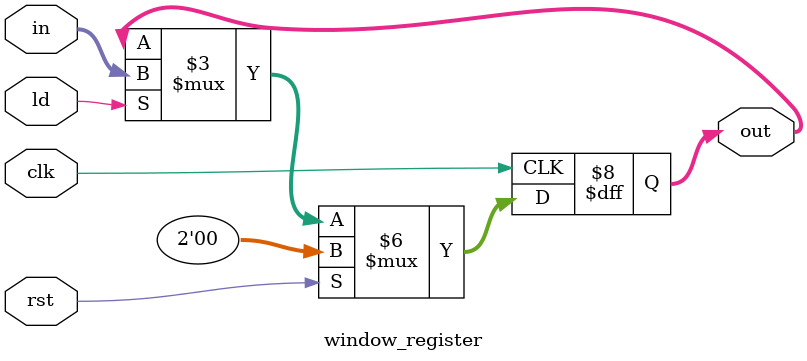
<source format=v>
`timescale 1ns/1ns

module pc_register(input clk , rst, input [9:0] in ,output reg [9:0] out);
  always @ (posedge clk) begin
    if(rst)
      out <= 10'b0 ;
    else
     out <= in ;
  end
endmodule
      
      
module window_register( input clk , rst , ld ,input [1:0] in , output reg [1:0] out);
  always @ (posedge clk) begin
    if(rst)
      out <= 2'b0 ;
    else if (ld)
      out <= in ;
    else
     out <= out ;
  end
endmodule
      


</source>
